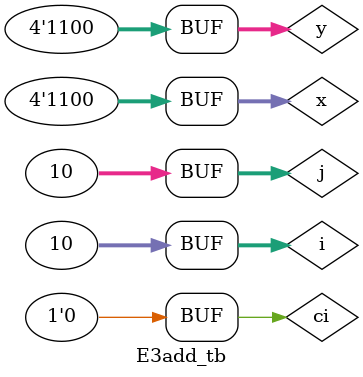
<source format=v>
module E3add(
    input[3:0] x, y,
    input ci,
    output[3:0] z,
    output co
);
    wire c01, c12, c23;
    wire z0s, z1s, z2s, z3s;

    FAC fac0(.x(x[0]), .y(y[0]), .ci(ci) , .co(c01), .z(z0s));
    FAC fac1(.x(x[1]), .y(y[1]), .ci(c01), .co(c12), .z(z1s));
    FAC fac2(.x(x[2]), .y(y[2]), .ci(c12), .co(c23), .z(z2s));
    FAC fac3(.x(x[3]), .y(y[3]), .ci(c23), .co(co), .z(z3s));

    wire cu12, cu23;

    assign z[0] = ~z0s;

    FAC fac11(.x(z1s), .y(co) , .ci(z0s) , .co(cu12), .z(z[1]));
    FAC fac22(.x(z2s), .y(~co), .ci(cu12), .co(cu23), .z(z[2]));

    assign z[3] = ~co ^ z3s ^ cu23;

endmodule

module E3add_tb;
    reg[3:0] x, y;
    reg ci;
    wire[3:0] z;
    wire co;

    E3add inst(.x(x), .y(y), .ci(ci), .z(z), .co(co));

    initial begin
        $display("x\ty\tci\t|\tco\tz");
        $monitor("%d\t%d\t%b\t|\t%b\t%d", x-3, y-3, ci, co, z-3);
    end

    integer i, j;
    initial begin
        ci = 0;
        x = 3; y = 3;
        for ( i = 0 ; i < 10 ; i = i+1) begin
            #10 x = i+3; y = 3;
            for ( j = 1 ; j < 10 ; j = j+1) begin
                #10 y = j+3;
            end
        end
    end
endmodule
</source>
